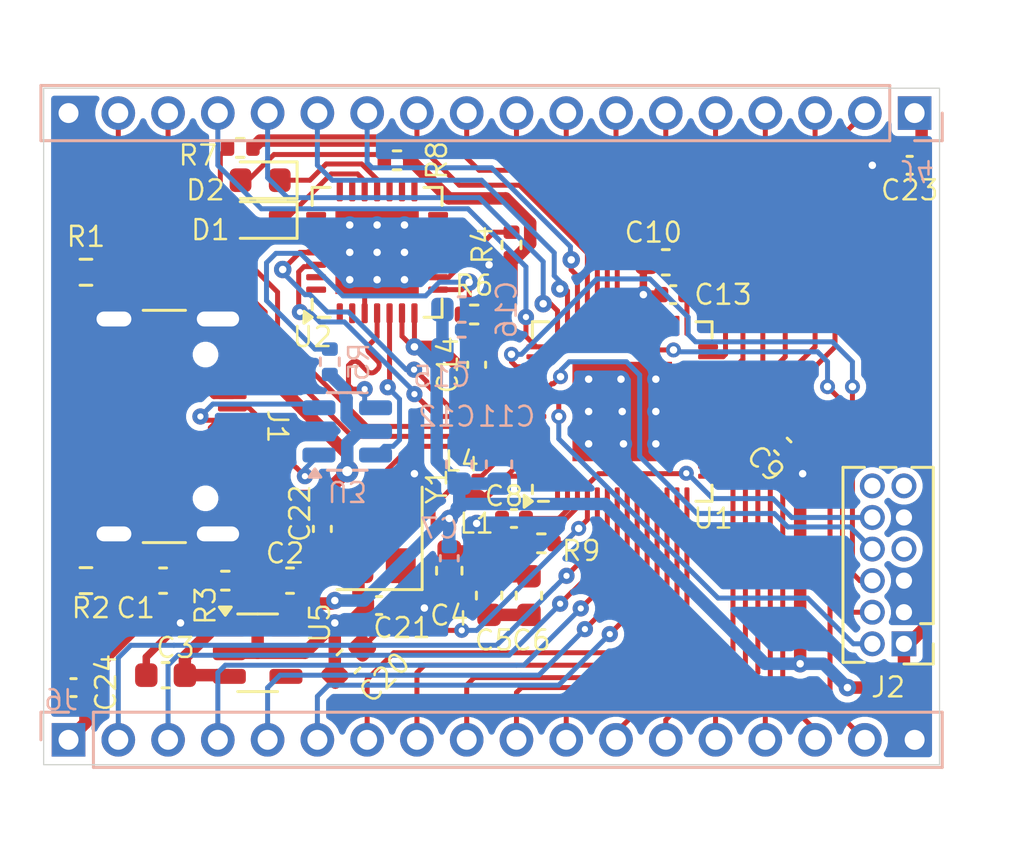
<source format=kicad_pcb>
(kicad_pcb (version 20241229) (generator "pcbnew") (generator_version "9.0")
  (layers (0 "F.Cu" signal) (2 "B.Cu" signal) (13 "F.Paste" user) (15 "B.Paste" user) (5 "F.SilkS" user "F.Silkscreen") (7 "B.SilkS" user "B.Silkscreen") (1 "F.Mask" user) (3 "B.Mask" user) (25 "Edge.Cuts" user))
  (net 0 "")
  (net 1 "GND")
  (net 2 "+VBUS")
  (net 3 "+VBUSF")
  (net 4 "+3V3")
  (net 5 "Net-(C8-Pad1)")
  (net 6 "+VDD_SPI")
  (net 7 "/CHIP_PU")
  (net 8 "Net-(C21-Pad1)")
  (net 9 "/XTAL_N")
  (net 10 "Net-(D1-K)")
  (net 11 "Net-(D1-A)")
  (net 12 "Net-(D2-K)")
  (net 13 "Net-(D2-A)")
  (net 15 "/USB_D-")
  (net 16 "/USB_D+")
  (net 17 "Net-(J1-CC2)")
  (net 19 "Net-(J1-CC1)")
  (net 20 "/TDI")
  (net 21 "/TCK")
  (net 23 "/TMS")
  (net 24 "/TDO")
  (net 25 "/GPIO4{slash}I2C_SCL0")
  (net 26 "/GPIO2{slash}ADC_CH2")
  (net 27 "/GPIO11")
  (net 28 "/GPIO1{slash}ADC_CH1")
  (net 29 "/GPIO7{slash}I2C_SDA1")
  (net 30 "/GPIO3{slash}ADC_CH3")
  (net 31 "/GPIO5{slash}I2C_SDA0")
  (net 32 "/GPIO9")
  (net 33 "/GPIO0{slash}ADC_CH0")
  (net 34 "/GPIO8")
  (net 35 "/GPIO13")
  (net 36 "/GPIO6{slash}I2C_SCL1")
  (net 37 "/GPIO12")
  (net 38 "/GPIO10")
  (net 39 "/GPIO14")
  (net 40 "/GPIO15")
  (net 41 "/GPIO33")
  (net 42 "/GPIO19")
  (net 43 "/GPIO36")
  (net 44 "/GPIO34")
  (net 45 "/GPIO16")
  (net 46 "/GPIO31")
  (net 47 "/GPIO18")
  (net 48 "/GPIO21")
  (net 49 "/GPIO37")
  (net 50 "/GPIO38")
  (net 51 "/GPIO20")
  (net 52 "/GPIO35")
  (net 53 "/GPIO17")
  (net 54 "/GPIO32")
  (net 55 "/XTAL_P")
  (net 56 "Net-(U2-~{RST})")
  (net 57 "Net-(U2-VBUS)")
  (net 58 "/USB_TX")
  (net 62 "/USB_RX")
  (net 72 "Net-(U2-D-)")
  (net 82 "Net-(U2-D+)")
  (net 88 "/GPIO46")
  (net 89 "/GPIO45")
  (footprint "Resistor_SMD:R_0402_1005Metric" (layer "F.Cu") (at 112.2 93)
    (property "Reference" "R6")
    (property "Value" "47.5k")
  )
  (footprint "Capacitor_SMD:C_0603_1608Metric" (layer "F.Cu") (at 99.7 103.7 180)
    (property "Reference" "C1")
    (property "Value" "470n")
  )
  (footprint "Capacitor_SMD:C_0603_1608Metric" (layer "F.Cu") (at 114.4 104.3 -90)
    (property "Reference" "C6")
    (property "Value" "1u")
  )
  (footprint "Resistor_SMD:R_0402_1005Metric" (layer "F.Cu") (at 113.7 90.2 90)
    (property "Reference" "R4")
    (property "Value" "1k")
  )
  (footprint "Connector_USB:USB_C_Receptacle_GCT_USB4105-xx-A_16P_TopMnt_Horizontal" (layer "F.Cu") (at 98.8 97.5 -90)
    (property "Reference" "J1")
    (property "Value" "USB-C Receptacle USB 2.0")
  )
  (footprint "Capacitor_SMD:C_0603_1608Metric" (layer "F.Cu") (at 99.8 107.5 180)
    (property "Reference" "C3")
    (property "Value" "1u")
  )
  (footprint "Package_TO_SOT_SMD:SOT-23-5" (layer "F.Cu") (at 103.5 106.6)
    (property "Reference" "U5")
    (property "Value" "TLV75533PDBV")
  )
  (footprint "Capacitor_SMD:C_0603_1608Metric" (layer "F.Cu") (at 111.2 103.3 -90)
    (property "Reference" "C4")
    (property "Value" "1u")
  )
  (footprint "LED_SMD:LED_0603_1608Metric" (layer "F.Cu") (at 103.6 89.2 180)
    (property "Reference" "D1")
    (property "Value" "GREEN")
  )
  (footprint "Connector_PinHeader_1.27mm:PinHeader_2x06_P1.27mm_Vertical" (layer "F.Cu") (at 129.47 106.24 180)
    (property "Reference" "J2")
    (property "Value" "JTAG/SWD Header")
  )
  (footprint "Capacitor_SMD:C_0603_1608Metric" (layer "F.Cu") (at 107.151992 106.948008 -135)
    (property "Reference" "C20")
    (property "Value" "1u")
  )
  (footprint "Crystal:Crystal_SMD_3225-4Pin_3.2x2.5mm" (layer "F.Cu") (at 108.4 102 90)
    (property "Reference" "Y1")
    (property "Value" "40 MHz (±10ppm)")
  )
  (footprint "Resistor_SMD:R_0402_1005Metric" (layer "F.Cu") (at 109.1 86.8)
    (property "Reference" "R8")
    (property "Value" "R")
  )
  (footprint "Resistor_SMD:R_0603_1608Metric" (layer "F.Cu") (at 96.6 103.7)
    (property "Reference" "R2")
    (property "Value" "5.7k")
  )
  (footprint "Package_DFN_QFN:QFN-28-1EP_5x5mm_P0.5mm_EP3.35x3.35mm" (layer "F.Cu") (at 108.3 90.5 90)
    (property "Reference" "U2")
    (property "Value" "CP2102N-Axx-xQFN28")
  )
  (footprint "Capacitor_SMD:C_0603_1608Metric" (layer "F.Cu") (at 104.8 103.7)
    (property "Reference" "C2")
    (property "Value" "470n")
  )
  (footprint "Capacitor_SMD:C_0603_1608Metric" (layer "F.Cu") (at 112.8 104.3 -90)
    (property "Reference" "C5")
    (property "Value" "10u")
  )
  (footprint "Capacitor_SMD:C_0402_1005Metric" (layer "F.Cu") (at 112.3 95.02 90)
    (property "Reference" "C14")
    (property "Value" "0.1u")
  )
  (footprint "LED_SMD:LED_0603_1608Metric" (layer "F.Cu") (at 103.6 87.6 180)
    (property "Reference" "D2")
    (property "Value" "YELLOW")
  )
  (footprint "Resistor_SMD:R_0402_1005Metric" (layer "F.Cu") (at 102.2 103.7 180)
    (property "Reference" "R3")
    (property "Value" "0")
  )
  (footprint "Inductor_SMD:L_0201_0603Metric" (layer "F.Cu") (at 113 102.1)
    (property "Reference" "L1")
    (property "Value" "2.0n")
  )
  (footprint "Capacitor_SMD:C_0402_1005Metric" (layer "F.Cu") (at 120.2 92.2 180)
    (property "Reference" "C13")
    (property "Value" "0.1u")
  )
  (footprint "Capacitor_SMD:C_0402_1005Metric" (layer "F.Cu") (at 124.6 98.3 -45)
    (property "Reference" "C9")
    (property "Value" "0.1u")
  )
  (footprint "Capacitor_SMD:C_0402_1005Metric" (layer "F.Cu") (at 129.7 87 180)
    (property "Reference" "C23")
    (property "Value" "0.1u")
  )
  (footprint "Capacitor_SMD:C_0402_1005Metric" (layer "F.Cu") (at 108.38 104.7 180)
    (property "Reference" "C21")
    (property "Value" "18p")
  )
  (footprint "Capacitor_SMD:C_0402_1005Metric" (layer "F.Cu") (at 106.1 101.62 -90)
    (property "Reference" "C22")
    (property "Value" "18p")
  )
  (footprint "Package_DFN_QFN:QFN-56-1EP_7x7mm_P0.4mm_EP4x4mm" (layer "F.Cu") (at 118.15 96.9 90)
    (property "Reference" "U1")
    (property "Value" "ESP32-S3")
  )
  (footprint "Inductor_SMD:L_0201_0603Metric" (layer "F.Cu") (at 112 99.6)
    (property "Reference" "L4")
    (property "Value" "24n")
  )
  (footprint "Capacitor_SMD:C_0402_1005Metric" (layer "F.Cu") (at 113.8 101.2 180)
    (property "Reference" "C8")
    (property "Value" "0.1u")
  )
  (footprint "Capacitor_SMD:C_0402_1005Metric" (layer "F.Cu") (at 96.1 108 180)
    (property "Reference" "C24")
    (property "Value" "1u")
  )
  (footprint "Resistor_SMD:R_0603_1608Metric" (layer "F.Cu") (at 96.6 91.3)
    (property "Reference" "R1")
    (property "Value" "5.7k")
  )
  (footprint "Resistor_SMD:R_0402_1005Metric" (layer "F.Cu") (at 102.8 86.3)
    (property "Reference" "R7")
    (property "Value" "R")
  )
  (footprint "Capacitor_SMD:C_0603_1608Metric" (layer "F.Cu") (at 119.9 90.9 180)
    (property "Reference" "C10")
    (property "Value" "1u")
  )
  (footprint "Resistor_SMD:R_0402_1005Metric" (layer "F.Cu") (at 114.9 102.2 180)
    (property "Reference" "R9")
    (property "Value" "10k")
  )
  (footprint "Capacitor_SMD:C_0603_1608Metric" (layer "B.Cu") (at 113.2 99.025 90)
    (property "Reference" "C11")
    (property "Value" "1u")
  )
  (footprint "Package_TO_SOT_SMD:SOT-23-6" (layer "B.Cu") (at 107.1 97.7)
    (property "Reference" "U3")
    (property "Value" "USBLC6-2SC6")
  )
  (footprint "Capacitor_SMD:C_0402_1005Metric" (layer "B.Cu") (at 111.2 102.8 -90)
    (property "Reference" "C7")
    (property "Value" "0.1u")
  )
  (footprint "Capacitor_SMD:C_0603_1608Metric" (layer "B.Cu") (at 111.7 94.42)
    (property "Reference" "C15")
    (property "Value" "1u")
  )
  (footprint "Connector_PinHeader_2.00mm:PinHeader_1x18_P2.00mm_Vertical" (layer "B.Cu") (at 129.9 84.9 90)
    (property "Reference" "J4")
    (property "Value" "GPIO Header 2")
  )
  (footprint "Capacitor_SMD:C_0603_1608Metric" (layer "B.Cu") (at 111.6 99.025 90)
    (property "Reference" "C12")
    (property "Value" "10u")
  )
  (footprint "Connector_PinHeader_2.00mm:PinHeader_1x18_P2.00mm_Vertical" (layer "B.Cu") (at 95.9 110.1 -90)
    (property "Reference" "J6")
    (property "Value" "GPIO Header 1")
  )
  (footprint "Resistor_SMD:R_0402_1005Metric" (layer "B.Cu") (at 106.4 94.9 90)
    (property "Reference" "R5")
    (property "Value" "22.1k")
  )
  (footprint "Capacitor_SMD:C_0603_1608Metric" (layer "B.Cu") (at 111.7 92.8)
    (property "Reference" "C16")
    (property "Value" "1u")
  )
  (gr_rect (start 94.9 83.9) (end 130.9 111.1) (stroke (width 0.05)) (fill no) (layer "Edge.Cuts"))
  (segment (start 107.55 102.670006) (end 109.25 100.970006) (width 0.5) (layer "F.Cu") (net 1))
  (segment (start 95.775 103.7) (end 97.655 101.82) (width 0.5) (layer "F.Cu") (net 1))
  (segment (start 106.6 105.4) (end 106.6 107.492032) (width 0.5) (layer "F.Cu") (net 1))
  (segment (start 102.48 100.7) (end 102.48 101.245) (width 0.5) (layer "F.Cu") (net 1))
  (segment (start 112.3 94.54) (end 112.3 93.41) (width 0.3) (layer "F.Cu") (net 1))
  (segment (start 101.905 101.82) (end 100.805 101.82) (width 0.5) (layer "F.Cu") (net 1))
  (segment (start 102.48 94.3) (end 102.48 93.755) (width 0.5) (layer "F.Cu") (net 1))
  (segment (start 119.02 92.18) (end 119.7 92.18) (width 0.3) (layer "F.Cu") (net 1))
  (segment (start 102.48 101.245) (end 101.905 101.82) (width 0.5) (layer "F.Cu") (net 1))
  (segment (start 106.6 105.4) (end 107.2 105.4) (width 0.5) (layer "F.Cu") (net 1))
  (segment (start 107.9 103.45) (end 107.55 103.1) (width 0.3) (layer "F.Cu") (net 1))
  (segment (start 102.3625 106.6) (end 103.5 106.6) (width 0.5) (layer "F.Cu") (net 1))
  (segment (start 97.655 93.18) (end 98.125 93.18) (width 0.5) (layer "F.Cu") (net 1))
  (segment (start 119 91.025) (end 119.125 90.9) (width 0.3) (layer "F.Cu") (net 1))
  (segment (start 112.3 93.41) (end 112.71 93) (width 0.3) (layer "F.Cu") (net 1))
  (segment (start 103.5 105.299186) (end 103.5 106.6) (width 0.5) (layer "F.Cu") (net 1))
  (segment (start 109.25 99.95) (end 109.8 99.4) (width 0.5) (layer "F.Cu") (net 1))
  (segment (start 107.55 103.1) (end 107.55 102.670006) (width 0.5) (layer "F.Cu") (net 1))
  (segment (start 119.7 92.18) (end 119.72 92.2) (width 0.3) (layer "F.Cu") (net 1))
  (segment (start 99.025 106.775) (end 100.4 105.4) (width 0.3) (layer "F.Cu") (net 1))
  (segment (start 107.8 92.1) (end 108.3 91.6) (width 0.2) (layer "F.Cu") (net 1))
  (segment (start 125.4 99.1) (end 124.939411 98.639411) (width 0.3) (layer "F.Cu") (net 1))
  (segment (start 119 92.2) (end 119.02 92.18) (width 0.3) (layer "F.Cu") (net 1))
  (segment (start 111.2 104.075) (end 111.8 104.075) (width 0.5) (layer "F.Cu") (net 1))
  (segment (start 109.25 100.9) (end 109.25 99.95) (width 0.5) (layer "F.Cu") (net 1))
  (segment (start 129.22 87) (end 128.2 87) (width 0.3) (layer "F.Cu") (net 1))
  (segment (start 125.4 99.4) (end 125.4 99.1) (width 0.3) (layer "F.Cu") (net 1))
  (segment (start 119 92.2) (end 119 91.025) (width 0.3) (layer "F.Cu") (net 1))
  (segment (start 112.8 105.075) (end 114.4 105.075) (width 0.5) (layer "F.Cu") (net 1))
  (segment (start 109.25 100.970006) (end 109.25 100.9) (width 0.5) (layer "F.Cu") (net 1))
  (segment (start 112.8 91) (end 112.8 92.91) (width 0.3) (layer "F.Cu") (net 1))
  (segment (start 112.8 92.91) (end 112.71 93) (width 0.3) (layer "F.Cu") (net 1))
  (segment (start 106.6 107.492032) (end 106.603984 107.496016) (width 0.5) (layer "F.Cu") (net 1))
  (segment (start 105.4 106.6) (end 106.6 105.4) (width 0.5) (layer "F.Cu") (net 1))
  (segment (start 112.3 101.4) (end 113.12 101.4) (width 0.5) (layer "F.Cu") (net 1))
  (segment (start 107.55 104.35) (end 107.9 104.7) (width 0.5) (layer "F.Cu") (net 1))
  (segment (start 107.8 92.95) (end 107.8 92.1) (width 0.2) (layer "F.Cu") (net 1))
  (segment (start 95.9 84.9) (end 95.9 91.175) (width 0.5) (layer "F.Cu") (net 1))
  (segment (start 95.62 108) (end 95.62 103.855) (width 0.5) (layer "F.Cu") (net 1))
  (segment (start 111.2 104.075) (end 110.925 104.075) (width 0.5) (layer "F.Cu") (net 1))
  (segment (start 102.48 93.755) (end 101.905 93.18) (width 0.5) (layer "F.Cu") (net 1))
  (segment (start 103.5 106.6) (end 105.4 106.6) (width 0.5) (layer "F.Cu") (net 1))
  (segment (start 107.2 105.4) (end 107.9 104.7) (width 0.5) (layer "F.Cu") (net 1))
  (segment (start 97.655 101.82) (end 98.125 101.82) (width 0.5) (layer "F.Cu") (net 1))
  (segment (start 113.12 101.4) (end 113.32 101.2) (width 0.5) (layer "F.Cu") (net 1))
  (segment (start 103.880186 104.919) (end 103.5 105.299186) (width 0.5) (layer "F.Cu") (net 1))
  (segment (start 95.9 91.175) (end 95.775 91.3) (width 0.5) (layer "F.Cu") (net 1))
  (segment (start 111.8 104.075) (end 112.8 105.075) (width 0.5) (layer "F.Cu") (net 1))
  (segment (start 95.62 103.855) (end 95.775 103.7) (width 0.5) (layer "F.Cu") (net 1))
  (segment (start 105.575 103.7) (end 104.356 104.919) (width 0.5) (layer "F.Cu") (net 1))
  (segment (start 110.925 104.075) (end 110.2 104.8) (width 0.5) (layer "F.Cu") (net 1))
  (segment (start 109.25 100.9) (end 109.25 101.4) (width 0.3) (layer "F.Cu") (net 1))
  (segment (start 99.025 107.5) (end 99.025 106.775) (width 0.3) (layer "F.Cu") (net 1))
  (segment (start 107.55 103.1) (end 107.1 103.1) (width 0.5) (layer "F.Cu") (net 1))
  (segment (start 107.55 103.1) (end 107.55 104.35) (width 0.5) (layer "F.Cu") (net 1))
  (segment (start 107.1 103.1) (end 106.1 102.1) (width 0.5) (layer "F.Cu") (net 1))
  (segment (start 100.805 101.82) (end 98.925 103.7) (width 0.5) (layer "F.Cu") (net 1))
  (segment (start 104.356 104.919) (end 103.880186 104.919) (width 0.5) (layer "F.Cu") (net 1))
  (segment (start 95.775 91.3) (end 97.655 93.18) (width 0.5) (layer "F.Cu") (net 1))
  (via (at 100.4 105.4) (size 0.7) (drill 0.3) (layers "F.Cu" "B.Cu") (net 1))
  (via (at 119.5 98.2) (size 0.7) (drill 0.3) (layers "F.Cu" "B.Cu") (net 1))
  (via (at 125.4 99.4) (size 0.6) (drill 0.3) (layers "F.Cu" "B.Cu") (net 1))
  (via (at 116.8 95.6) (size 0.7) (drill 0.3) (layers "F.Cu" "B.Cu") (net 1))
  (via (at 119.5 96.9) (size 0.7) (drill 0.3) (layers "F.Cu" "B.Cu") (net 1))
  (via (at 107.2 91.6) (size 0.7) (drill 0.3) (layers "F.Cu" "B.Cu") (net 1))
  (via (at 112.3 101.4) (size 0.7) (drill 0.3) (layers "F.Cu" "B.Cu") (net 1))
  (via (at 112.8 91) (size 0.7) (drill 0.3) (layers "F.Cu" "B.Cu") (net 1))
  (via (at 118.15 96.9) (size 0.7) (drill 0.3) (layers "F.Cu" "B.Cu") (net 1))
  (via (at 128.2 87) (size 0.7) (drill 0.3) (layers "F.Cu" "B.Cu") (net 1))
  (via (at 116.8 96.9) (size 0.7) (drill 0.3) (layers "F.Cu" "B.Cu") (net 1))
  (via (at 116.8 98.2) (size 0.7) (drill 0.3) (layers "F.Cu" "B.Cu") (net 1))
  (via (at 108.3 89.4) (size 0.7) (drill 0.3) (layers "F.Cu" "B.Cu") (net 1))
  (via (at 118.2 98.2) (size 0.7) (drill 0.3) (layers "F.Cu" "B.Cu") (net 1))
  (via (at 109.8 99.4) (size 0.7) (drill 0.3) (layers "F.Cu" "B.Cu") (net 1))
  (via (at 106.6 105.4) (size 0.7) (drill 0.3) (layers "F.Cu" "B.Cu") (net 1))
  (via (at 109.4 90.5) (size 0.7) (drill 0.3) (layers "F.Cu" "B.Cu") (net 1))
  (via (at 107.2 89.4) (size 0.7) (drill 0.3) (layers "F.Cu" "B.Cu") (net 1))
  (via (at 110.2 104.8) (size 0.7) (drill 0.3) (layers "F.Cu" "B.Cu") (net 1))
  (via (at 108.3 90.5) (size 0.7) (drill 0.3) (layers "F.Cu" "B.Cu") (net 1))
  (via (at 107.2 90.5) (size 0.7) (drill 0.3) (layers "F.Cu" "B.Cu") (net 1))
  (via (at 108.3 91.6) (size 0.7) (drill 0.3) (layers "F.Cu" "B.Cu") (net 1))
  (via (at 119 92.2) (size 0.7) (drill 0.3) (layers "F.Cu" "B.Cu") (net 1))
  (via (at 118.1 95.6) (size 0.7) (drill 0.3) (layers "F.Cu" "B.Cu") (net 1))
  (via (at 119.5 95.6) (size 0.7) (drill 0.3) (layers "F.Cu" "B.Cu") (net 1))
  (via (at 109.4 89.4) (size 0.7) (drill 0.3) (layers "F.Cu" "B.Cu") (net 1))
  (via (at 109.4 91.6) (size 0.7) (drill 0.3) (layers "F.Cu" "B.Cu") (net 1))
  (segment (start 113.2 98.25) (end 115.001 96.449) (width 0.3) (layer "B.Cu") (net 1))
  (segment (start 124.2 98.2) (end 125.4 99.4) (width 0.3) (layer "B.Cu") (net 1))
  (segment (start 119.5 98.2) (end 124.2 98.2) (width 0.3) (layer "B.Cu") (net 1))
  (segment (start 112.475 92.8) (end 112.475 94.42) (width 0.3) (layer "B.Cu") (net 1))
  (segment (start 112.8 91) (end 112.8 92.475) (width 0.3) (layer "B.Cu") (net 1))
  (segment (start 111.6 98.25) (end 113.2 98.25) (width 0.3) (layer "B.Cu") (net 1))
  (segment (start 116.75 98.25) (end 116.8 98.2) (width 0.2) (layer "B.Cu") (net 1))
  (segment (start 115.001 96.449) (end 116.349 96.449) (width 0.3) (layer "B.Cu") (net 1))
  (segment (start 116.349 96.449) (end 116.8 96.9) (width 0.3) (layer "B.Cu") (net 1))
  (segment (start 112.8 92.475) (end 112.475 92.8) (width 0.3) (layer "B.Cu") (net 1))
  (segment (start 111.155 103.325) (end 111.2 103.28) (width 0.5) (layer "B.Cu") (net 1))
  (segment (start 119.5 92.7) (end 119 92.2) (width 0.3) (layer "B.Cu") (net 1))
  (segment (start 119.5 95.6) (end 119.5 92.7) (width 0.3) (layer "B.Cu") (net 1))
  (segment (start 96.58 108) (end 96.58 109.42) (width 0.5) (layer "F.Cu") (net 2))
  (segment (start 107.1 99.3) (end 106.1031 100.2969) (width 0.5) (layer "F.Cu") (net 2))
  (segment (start 96.58 107.595) (end 96.58 108) (width 0.5) (layer "F.Cu") (net 2))
  (segment (start 103.906 102.113917) (end 103.248917 102.771) (width 0.5) (layer "F.Cu") (net 2))
  (segment (start 103.906 100.2969) (end 103.906 102.113917) (width 0.5) (layer "F.Cu") (net 2))
  (segment (start 100.475 103.7) (end 101.69 103.7) (width 0.5) (layer "F.Cu") (net 2))
  (segment (start 103.248917 102.771) (end 101.404 102.771) (width 0.5) (layer "F.Cu") (net 2))
  (segment (start 101.404 102.771) (end 100.475 103.7) (width 0.5) (layer "F.Cu") (net 2))
  (segment (start 96.58 109.42) (end 95.9 110.1) (width 0.5) (layer "F.Cu") (net 2))
  (segment (start 107.1 98.6) (end 107.1 99.3) (width 0.5) (layer "F.Cu") (net 2))
  (segment (start 106.1031 100.2969) (end 103.906 100.2969) (width 0.5) (layer "F.Cu") (net 2))
  (segment (start 102.88 95.1) (end 103.6 95.1) (width 0.5) (layer "F.Cu") (net 2))
  (segment (start 100.475 103.7) (end 96.58 107.595) (width 0.5) (layer "F.Cu") (net 2))
  (segment (start 103.5091 99.9) (end 103.906 100.2969) (width 0.5) (layer "F.Cu") (net 2))
  (segment (start 102.48 99.9) (end 103.5091 99.9) (width 0.5) (layer "F.Cu") (net 2))
  (segment (start 103.6 95.1) (end 107.1 98.6) (width 0.5) (layer "F.Cu") (net 2))
  (via (at 107.1 99.3) (size 0.9) (drill 0.4) (layers "F.Cu" "B.Cu") (net 2))
  (segment (start 107.076 97.1531) (end 107.076 96.37343) (width 0.5) (layer "B.Cu") (net 2))
  (segment (start 107.024 96.32143) (end 107.024 96.034) (width 0.5) (layer "B.Cu") (net 2))
  (segment (start 107.6229 97.7) (end 107.076 97.1531) (width 0.5) (layer "B.Cu") (net 2))
  (segment (start 108.2375 97.7) (end 107.6229 97.7) (width 0.5) (layer "B.Cu") (net 2))
  (segment (start 107.076 96.37343) (end 107.024 96.32143) (width 0.5) (layer "B.Cu") (net 2))
  (segment (start 107.1 99.3) (end 107.1 98.175001) (width 0.5) (layer "B.Cu") (net 2))
  (segment (start 107.1 98.175001) (end 107.575001 97.7) (width 0.5) (layer "B.Cu") (net 2))
  (segment (start 107.575001 97.7) (end 108.2375 97.7) (width 0.5) (layer "B.Cu") (net 2))
  (segment (start 107.024 96.034) (end 106.4 95.41) (width 0.5) (layer "B.Cu") (net 2))
  (segment (start 100.575 107.5) (end 100.575 106.775001) (width 0.5) (layer "F.Cu") (net 3))
  (segment (start 102.3625 105.65) (end 102.3625 105.3625) (width 0.5) (layer "F.Cu") (net 3))
  (segment (start 102.71 103.7) (end 104.025 103.7) (width 0.5) (layer "F.Cu") (net 3))
  (segment (start 102.3125 107.5) (end 102.3625 107.55) (width 0.5) (layer "F.Cu") (net 3))
  (segment (start 102.3625 105.3625) (end 104.025 103.7) (width 0.5) (layer "F.Cu") (net 3))
  (segment (start 101.700001 105.65) (end 102.3625 105.65) (width 0.5) (layer "F.Cu") (net 3))
  (segment (start 100.575 107.5) (end 102.3125 107.5) (width 0.5) (layer "F.Cu") (net 3))
  (segment (start 100.575 106.775001) (end 101.700001 105.65) (width 0.5) (layer "F.Cu") (net 3))
  (segment (start 100.575 107.5) (end 100.775 107.7) (width 0.5) (layer "F.Cu") (net 3))
  (segment (start 125.3 107.041) (end 125.3 100.7) (width 0.5) (layer "F.Cu") (net 4))
  (segment (start 105.6685 104.619) (end 106.481 104.619) (width 0.5) (layer "F.Cu") (net 4))
  (segment (start 113.89 90.71) (end 114.451 90.149) (width 0.5) (layer "F.Cu") (net 4))
  (segment (start 108.920186 86.006) (end 103.604 86.006) (width 0.5) (layer "F.Cu") (net 4))
  (segment (start 126.031 99.050763) (end 125.632808 98.652571) (width 0.3) (layer "F.Cu") (net 4))
  (segment (start 130.321 87.141) (end 130.18 87) (width 0.3) (layer "F.Cu") (net 4))
  (segment (start 125.121184 97.848694) (end 124.372484 97.848694) (width 0.2) (layer "F.Cu") (net 4))
  (segment (start 125.121184 97.855569) (end 125.121184 97.848694) (width 0.3) (layer "F.Cu") (net 4))
  (segment (start 113 95) (end 113 93.7) (width 0.3) (layer "F.Cu") (net 4))
  (segment (start 114.451 89.316814) (end 113.465186 88.331) (width 0.5) (layer "F.Cu") (net 4))
  (segment (start 125.632808 98.367193) (end 125.121184 97.855569) (width 0.3) (layer "F.Cu") (net 4))
  (segment (start 109.8 94.3) (end 109.8 92.95) (width 0.2) (layer "F.Cu") (net 4))
  (segment (start 123.8 97.5) (end 124.260589 97.960589) (width 0.2) (layer "F.Cu") (net 4))
  (segment (start 130.18 97.8) (end 130.18 98.18) (width 0.3) (layer "F.Cu") (net 4))
  (segment (start 130.18 85.18) (end 129.9 84.9) (width 0.5) (layer "F.Cu") (net 4))
  (segment (start 111.406 102.731) (end 113.859 102.731) (width 0.5) (layer "F.Cu") (net 4))
  (segment (start 111.2 102.525) (end 111.2 101.2) (width 0.5) (layer "F.Cu") (net 4))
  (segment (start 112.7 100.3) (end 113.5 99.5) (width 0.3) (layer "F.Cu") (net 4))
  (segment (start 129.47 107.24) (end 129.47 106.24) (width 0.5) (layer "F.Cu") (net 4))
  (segment (start 129.66 106.24) (end 130.3 105.6) (width 0.5) (layer "F.Cu") (net 4))
  (segment (start 106.481 104.619) (end 106.6 104.5) (width 0.5) (layer "F.Cu") (net 4))
  (segment (start 113.465186 88.331) (end 111.180648 88.331) (width 0.5) (layer "F.Cu") (net 4))
  (segment (start 111.2 102.525) (end 111.406 102.731) (width 0.5) (layer "F.Cu") (net 4))
  (segment (start 109.61 86.8) (end 109.61 86.695814) (width 0.5) (layer "F.Cu") (net 4))
  (segment (start 128.71 108) (end 129.47 107.24) (width 0.5) (layer "F.Cu") (net 4))
  (segment (start 113.9 99.1) (end 113.5 99.5) (width 0.2) (layer "F.Cu") (net 4))
  (segment (start 113.9 99.1) (end 114.700001 99.1) (width 0.2) (layer "F.Cu") (net 4))
  (segment (start 113 93.7) (end 113.311 93.389) (width 0.3) (layer "F.Cu") (net 4))
  (segment (start 112.3 95.5) (end 112.5 95.5) (width 0.5) (layer "F.Cu") (net 4))
  (segment (start 125.632808 98.652571) (end 125.632808 98.367193) (width 0.3) (layer "F.Cu") (net 4))
  (segment (start 103.604 86.006) (end 103.31 86.3) (width 0.5) (layer "F.Cu") (net 4))
  (segment (start 112.9 95.5) (end 113.6 95.5) (width 0.3) (layer "F.Cu") (net 4))
  (segment (start 127.2 108) (end 128.71 108) (width 0.5) (layer "F.Cu") (net 4))
  (segment (start 114.4 103.525) (end 112.8 103.525) (width 0.5) (layer "F.Cu") (net 4))
  (segment (start 125.3 100.392369) (end 126.031 99.661369) (width 0.3) (layer "F.Cu") (net 4))
  (segment (start 109.61 86.695814) (end 108.920186 86.006) (width 0.5) (layer "F.Cu") (net 4))
  (segment (start 130.449 105.451) (end 130.3 105.6) (width 0.3) (layer "F.Cu") (net 4))
  (segment (start 130.18 87) (end 130.18 85.18) (width 0.5) (layer "F.Cu") (net 4))
  (segment (start 113.7 90.71) (end 113.89 90.71) (width 0.5) (layer "F.Cu") (net 4))
  (segment (start 109.649648 86.8) (end 109.61 86.8) (width 0.5) (layer "F.Cu") (net 4))
  (segment (start 109.8 94.3) (end 109.73 94.3) (width 0.2) (layer "F.Cu") (net 4))
  (segment (start 125.3 100.7) (end 125.3 100.392369) (width 0.3) (layer "F.Cu") (net 4))
  (segment (start 104.6375 105.65) (end 105.6685 104.619) (width 0.5) (layer "F.Cu") (net 4))
  (segment (start 113.311 92.589) (end 113.7 92.2) (width 0.3) (layer "F.Cu") (net 4))
  (segment (start 124.372484 97.848694) (end 124.260589 97.960589) (width 0.2) (layer "F.Cu") (net 4))
  (segment (start 109.73 94.3) (end 109.3 93.87) (width 0.2) (layer "F.Cu") (net 4))
  (segment (start 130.18 98.18) (end 130.449 98.449) (width 0.3) (layer "F.Cu") (net 4))
  (segment (start 113.7 92.2) (end 113.7 90.71) (width 0.5) (layer "F.Cu") (net 4))
  (segment (start 113.6 90.81) (end 113.7 90.71) (width 0.3) (layer "F.Cu") (net 4))
  (segment (start 112.255 102.525) (end 112.659 102.121) (width 0.5) (layer "F.Cu") (net 4))
  (segment (start 114.7 99.5) (end 113.5 99.5) (width 0.2) (layer "F.Cu") (net 4))
  (segment (start 114.7 95.5) (end 113.6 95.5) (width 0.2) (layer "F.Cu") (net 4))
  (segment (start 104.770822 105.8) (end 104.575 105.8) (width 0.3) (layer "F.Cu") (net 4))
  (segment (start 112.1 100.3) (end 112.4 100.3) (width 0.5) (layer "F.Cu") (net 4))
  (segment (start 130.449 98.449) (end 130.449 105.451) (width 0.3) (layer "F.Cu") (net 4))
  (segment (start 111.2 102.525) (end 112.255 102.525) (width 0.5) (layer "F.Cu") (net 4))
  (segment (start 110.790001 94.3) (end 111.990001 95.5) (width 0.5) (layer "F.Cu") (net 4))
  (segment (start 129.47 106.24) (end 129.66 106.24) (width 0.5) (layer "F.Cu") (net 4))
  (segment (start 111.2 101.2) (end 112.1 100.3) (width 0.5) (layer "F.Cu") (net 4))
  (segment (start 114.451 90.149) (end 114.451 89.316814) (width 0.5) (layer "F.Cu") (net 4))
  (segment (start 109.8 94.3) (end 110.790001 94.3) (width 0.5) (layer "F.Cu") (net 4))
  (segment (start 113.859 102.731) (end 114.39 102.2) (width 0.5) (layer "F.Cu") (net 4))
  (segment (start 112.4 100.3) (end 112.7 100.3) (width 0.3) (layer "F.Cu") (net 4))
  (segment (start 112.3 95.5) (end 112.9 95.5) (width 0.5) (layer "F.Cu") (net 4))
  (segment (start 113.311 93.389) (end 113.311 92.589) (width 0.3) (layer "F.Cu") (net 4))
  (segment (start 109.3 93.87) (end 109.3 92.95) (width 0.2) (layer "F.Cu") (net 4))
  (segment (start 111.990001 95.5) (end 112.3 95.5) (width 0.5) (layer "F.Cu") (net 4))
  (segment (start 130.18 97.8) (end 130.18 87) (width 0.5) (layer "F.Cu") (net 4))
  (segment (start 112.2 103.525) (end 111.2 102.525) (width 0.5) (layer "F.Cu") (net 4))
  (segment (start 121.599999 97.5) (end 123.8 97.5) (width 0.2) (layer "F.Cu") (net 4))
  (segment (start 112.5 95.5) (end 113 95) (width 0.5) (layer "F.Cu") (net 4))
  (segment (start 126.031 99.661369) (end 126.031 99.050763) (width 0.3) (layer "F.Cu") (net 4))
  (segment (start 112.8 103.525) (end 112.2 103.525) (width 0.5) (layer "F.Cu") (net 4))
  (segment (start 111.180648 88.331) (end 109.649648 86.8) (width 0.5) (layer "F.Cu") (net 4))
  (segment (start 109.8 94.3) (end 109.819239 94.3) (width 0.3) (layer "F.Cu") (net 4))
  (via (at 106.6 104.5) (size 0.7) (drill 0.3) (layers "F.Cu" "B.Cu") (net 4))
  (via (at 109.8 94.3) (size 0.7) (drill 0.3) (layers "F.Cu" "B.Cu") (net 4))
  (via (at 111.2 101.2) (size 0.7) (drill 0.3) (layers "F.Cu" "B.Cu") (net 4))
  (via (at 125.3 107.041) (size 0.7) (drill 0.3) (layers "F.Cu" "B.Cu") (net 4))
  (via (at 127.2 108) (size 0.7) (drill 0.3) (layers "F.Cu" "B.Cu") (net 4))
  (segment (start 110.694 95.055672) (end 109.938328 94.3) (width 0.5) (layer "B.Cu") (net 4))
  (segment (start 111.2 101.2) (end 111.079 101.2) (width 0.5) (layer "B.Cu") (net 4))
  (segment (start 110.694 95.8) (end 110.694 94.651) (width 0.5) (layer "B.Cu") (net 4))
  (segment (start 109.938328 94.3) (end 109.8 94.3) (width 0.5) (layer "B.Cu") (net 4))
  (segment (start 110.925 94.42) (end 110.925 92.8) (width 0.5) (layer "B.Cu") (net 4))
  (segment (start 123.890052 107.041) (end 125.3 107.041) (width 0.5) (layer "B.Cu") (net 4))
  (segment (start 111.6 100.679) (end 111.6 99.8) (width 0.5) (layer "B.Cu") (net 4))
  (segment (start 111.6 99.8) (end 113.2 99.8) (width 0.5) (layer "B.Cu") (net 4))
  (segment (start 125.3 107.041) (end 126.241 107.041) (width 0.5) (layer "B.Cu") (net 4))
  (segment (start 111.079 101.2) (end 107.779 104.5) (width 0.5) (layer "B.Cu") (net 4))
  (segment (start 110.694 98.894) (end 110.694 95.8) (width 0.5) (layer "B.Cu") (net 4))
  (segment (start 111.5 100.779) (end 111.6 100.679) (width 0.5) (layer "B.Cu") (net 4))
  (segment (start 126.241 107.041) (end 127.2 108) (width 0.5) (layer "B.Cu") (net 4))
  (segment (start 110.694 95.8) (end 110.694 95.055672) (width 0.5) (layer "B.Cu") (net 4))
  (segment (start 107.779 104.5) (end 106.6 104.5) (width 0.5) (layer "B.Cu") (net 4))
  (segment (start 111.2 101.2) (end 111.781 100.619) (width 0.5) (layer "B.Cu") (net 4))
  (segment (start 111.2 101.2) (end 111.2 102.32) (width 0.5) (layer "B.Cu") (net 4))
  (segment (start 110.694 94.651) (end 110.925 94.42) (width 0.5) (layer "B.Cu") (net 4))
  (segment (start 111.5 100.9) (end 111.5 100.779) (width 0.5) (layer "B.Cu") (net 4))
  (segment (start 111.6 99.8) (end 110.694 98.894) (width 0.5) (layer "B.Cu") (net 4))
  (segment (start 111.781 100.619) (end 117.468052 100.619) (width 0.5) (layer "B.Cu") (net 4))
  (segment (start 111.2 101.2) (end 111.5 100.9) (width 0.5) (layer "B.Cu") (net 4))
  (segment (start 117.468052 100.619) (end 123.890052 107.041) (width 0.5) (layer "B.Cu") (net 4))
  (segment (start 114.28 101.36966) (end 114.28 101.2) (width 0.2) (layer "F.Cu") (net 5))
  (segment (start 113.32 102.1) (end 113.54966 102.1) (width 0.2) (layer "F.Cu") (net 5))
  (segment (start 113.54966 102.1) (end 114.28 101.36966) (width 0.2) (layer "F.Cu") (net 5))
  (segment (start 116.35 100.75) (end 116.35 100.35) (width 0.2) (layer "F.Cu") (net 5))
  (segment (start 115.6 101.2) (end 115.9 101.2) (width 0.2) (layer "F.Cu") (net 5))
  (segment (start 115.9 101.2) (end 116.35 100.75) (width 0.2) (layer "F.Cu") (net 5))
  (segment (start 115.95 100.349999) (end 115.95 100.85) (width 0.2) (layer "F.Cu") (net 5))
  (segment (start 115.6 101.2) (end 114.28 101.2) (width 0.2) (layer "F.Cu") (net 5))
  (segment (start 115.95 100.85) (end 115.6 101.2) (width 0.2) (layer "F.Cu") (net 5))
  (segment (start 120.68 92.2) (end 120.68 90.905) (width 0.2) (layer "F.Cu") (net 6))
  (segment (start 120.75 92.27) (end 120.68 92.2) (width 0.2) (layer "F.Cu") (net 6))
  (segment (start 120.75 92.9) (end 120.75 92.27) (width 0.2) (layer "F.Cu") (net 6))
  (segment (start 120.75 93.45) (end 120.75 92.9) (width 0.2) (layer "F.Cu") (net 6))
  (segment (start 120.68 90.905) (end 120.675 90.9) (width 0.2) (layer "F.Cu") (net 6))
  (segment (start 111.699 105.7) (end 111.7 105.699) (width 0.2) (layer "F.Cu") (net 7))
  (segment (start 116.75 99.85) (end 116.75 100.35) (width 0.2) (layer "F.Cu") (net 7))
  (segment (start 115.8 102.2) (end 115.41 102.2) (width 0.2) (layer "F.Cu") (net 7))
  (segment (start 120.670717 99.381051) (end 120.651768 99.4) (width 0.2) (layer "F.Cu") (net 7))
  (segment (start 117.2 99.4) (end 116.75 99.85) (width 0.2) (layer "F.Cu") (net 7))
  (segment (start 108.4 105.7) (end 111.699 105.7) (width 0.2) (layer "F.Cu") (net 7))
  (segment (start 120.651768 99.4) (end 117.2 99.4) (width 0.2) (layer "F.Cu") (net 7))
  (segment (start 116.75 100.35) (end 116.75 101.25) (width 0.2) (layer "F.Cu") (net 7))
  (segment (start 120.724288 99.381051) (end 120.670717 99.381051) (width 0.2) (layer "F.Cu") (net 7))
  (segment (start 116.75 101.25) (end 116.4 101.6) (width 0.2) (layer "F.Cu") (net 7))
  (segment (start 116.4 101.6) (end 115.8 102.2) (width 0.2) (layer "F.Cu") (net 7))
  (segment (start 107.7 106.4) (end 108.4 105.7) (width 0.2) (layer "F.Cu") (net 7))
  (via (at 120.724288 99.381051) (size 0.6) (drill 0.25) (layers "F.Cu" "B.Cu") (net 7))
  (via (at 116.4 101.6) (size 0.6) (drill 0.3) (layers "F.Cu" "B.Cu") (net 7))
  (via (at 111.7 105.699) (size 0.6) (drill 0.25) (layers "F.Cu" "B.Cu") (net 7))
  (segment (start 111.7 105.699) (end 111.701 105.7) (width 0.2) (layer "B.Cu") (net 7))
  (segment (start 121.788232 100.4) (end 124.2 100.4) (width 0.2) (layer "B.Cu") (net 7))
  (segment (start 120.724288 99.381051) (end 120.769283 99.381051) (width 0.2) (layer "B.Cu") (net 7))
  (segment (start 111.701 105.7) (end 112.3 105.7) (width 0.2) (layer "B.Cu") (net 7))
  (segment (start 124.96 101.16) (end 128.2 101.16) (width 0.2) (layer "B.Cu") (net 7))
  (segment (start 112.3 105.7) (end 116.4 101.6) (width 0.2) (layer "B.Cu") (net 7))
  (segment (start 120.769283 99.381051) (end 121.788232 100.4) (width 0.2) (layer "B.Cu") (net 7))
  (segment (start 124.2 100.4) (end 124.96 101.16) (width 0.2) (layer "B.Cu") (net 7))
  (segment (start 109.25 103.1) (end 109.25 104.31) (width 0.2) (layer "F.Cu") (net 8))
  (segment (start 110.549 101.801) (end 109.25 103.1) (width 0.2) (layer "F.Cu") (net 8))
  (segment (start 110.549 100.731) (end 110.549 101.801) (width 0.2) (layer "F.Cu") (net 8))
  (segment (start 109.25 104.31) (end 108.86 104.7) (width 0.2) (layer "F.Cu") (net 8))
  (segment (start 111.68 99.6) (end 110.549 100.731) (width 0.2) (layer "F.Cu") (net 8))
  (segment (start 107.55 100.4) (end 109.65 98.3) (width 0.2) (layer "F.Cu") (net 9))
  (segment (start 106.34 100.9) (end 106.1 101.14) (width 0.2) (layer "F.Cu") (net 9))
  (segment (start 107.55 100.9) (end 107.55 100.4) (width 0.2) (layer "F.Cu") (net 9))
  (segment (start 107.55 100.9) (end 106.34 100.9) (width 0.2) (layer "F.Cu") (net 9))
  (segment (start 109.65 98.3) (end 114.7 98.3) (width 0.2) (layer "F.Cu") (net 9))
  (segment (start 107.514798 87.349) (end 106.451 87.349) (width 0.2) (layer "F.Cu") (net 10))
  (segment (start 107.8 88.05) (end 107.8 87.634202) (width 0.2) (layer "F.Cu") (net 10))
  (segment (start 107.8 87.634202) (end 107.514798 87.349) (width 0.2) (layer "F.Cu") (net 10))
  (segment (start 104.6 89.2) (end 104.3875 89.2) (width 0.2) (layer "F.Cu") (net 10))
  (segment (start 106.451 87.349) (end 104.6 89.2) (width 0.2) (layer "F.Cu") (net 10))
  (segment (start 102 88.3875) (end 102.8125 89.2) (width 0.2) (layer "F.Cu") (net 11))
  (segment (start 102.29 86.3) (end 102 86.59) (width 0.2) (layer "F.Cu") (net 11))
  (segment (start 102 86.59) (end 102 88.3875) (width 0.2) (layer "F.Cu") (net 11))
  (segment (start 105.6 87.6) (end 104.3875 87.6) (width 0.2) (layer "F.Cu") (net 12))
  (segment (start 108.3 87.567102) (end 107.680898 86.948) (width 0.2) (layer "F.Cu") (net 12))
  (segment (start 106.252 86.948) (end 105.6 87.6) (width 0.2) (layer "F.Cu") (net 12))
  (segment (start 107.680898 86.948) (end 106.252 86.948) (width 0.2) (layer "F.Cu") (net 12))
  (segment (start 108.3 88.05) (end 108.3 87.567102) (width 0.2) (layer "F.Cu") (net 12))
  (segment (start 104.155054 86.567) (end 103.122054 87.6) (width 0.2) (layer "F.Cu") (net 13))
  (segment (start 103.122054 87.6) (end 102.8125 87.6) (width 0.2) (layer "F.Cu") (net 13))
  (segment (start 108.59 86.8) (end 108.357 86.567) (width 0.2) (layer "F.Cu") (net 13))
  (segment (start 108.357 86.567) (end 104.155054 86.567) (width 0.2) (layer "F.Cu") (net 13))
  (segment (start 103.15 97.75) (end 102.48 97.75) (width 0.2) (layer "F.Cu") (net 15))
  (segment (start 103.9 98.52043) (end 103.713323 98.707106) (width 0.2) (layer "F.Cu") (net 15))
  (segment (start 103.15 96.75) (end 103.4 97) (width 0.2) (layer "F.Cu") (net 15))
  (segment (start 104.363861 99.357643) (end 104.550537 99.170966) (width 0.2) (layer "F.Cu") (net 15))
  (segment (start 102.48 96.75) (end 103.15 96.75) (width 0.2) (layer "F.Cu") (net 15))
  (segment (start 103.713323 99.227536) (end 103.84343 99.357643) (width 0.2) (layer "F.Cu") (net 15))
  (segment (start 103.4 97) (end 103.4 97.5) (width 0.2) (layer "F.Cu") (net 15))
  (segment (start 105.247189 99.347189) (end 105.4 99.5) (width 0.2) (layer "F.Cu") (net 15))
  (segment (start 102.48 97.75) (end 103.65 97.75) (width 0.2) (layer "F.Cu") (net 15))
  (segment (start 103.65 97.75) (end 103.9 98) (width 0.2) (layer "F.Cu") (net 15))
  (segment (start 105.201076 99.301076) (end 105.247189 99.347189) (width 0.2) (layer "F.Cu") (net 15))
  (segment (start 103.4 97.5) (end 103.15 97.75) (width 0.2) (layer "F.Cu") (net 15))
  (segment (start 105.070967 99.170966) (end 105.201076 99.301076) (width 0.2) (layer "F.Cu") (net 15))
  (via (at 105.4 99.5) (size 0.65) (drill 0.25) (layers "F.Cu" "B.Cu") (net 15))
  (arc (start 103.84343 99.357643) (mid 104.103646 99.465427) (end 104.363861 99.357643) (width 0.2) (layer "F.Cu") (net 15))
  (arc (start 103.9 98) (mid 104.007785 98.260215) (end 103.9 98.52043) (width 0.2) (layer "F.Cu") (net 15))
  (arc (start 104.550537 99.170966) (mid 104.810752 99.063181) (end 105.070967 99.170966) (width 0.2) (layer "F.Cu") (net 15))
  (arc (start 103.713323 98.707106) (mid 103.605538 98.967321) (end 103.713323 99.227536) (width 0.2) (layer "F.Cu") (net 15))
  (segment (start 105.4 99.5) (end 105.4 99.2125) (width 0.2) (layer "B.Cu") (net 15))
  (segment (start 105.4 99.2125) (end 105.9625 98.65) (width 0.2) (layer "B.Cu") (net 15))
  (segment (start 105.9125 98.6) (end 105.9625 98.65) (width 0.2) (layer "B.Cu") (net 15))
  (segment (start 101.899462 97.25) (end 101.6 97.549462) (width 0.2) (layer "F.Cu") (net 16))
  (segment (start 101.899462 98.25) (end 102.48 98.25) (width 0.2) (layer "F.Cu") (net 16))
  (segment (start 101.6 97.950538) (end 101.899462 98.25) (width 0.2) (layer "F.Cu") (net 16))
  (segment (start 102.48 97.25) (end 101.899462 97.25) (width 0.2) (layer "F.Cu") (net 16))
  (segment (start 101.6 97.549462) (end 101.6 97.950538) (width 0.2) (layer "F.Cu") (net 16))
  (segment (start 102.48 97.25) (end 101.35 97.25) (width 0.2) (layer "F.Cu") (net 16))
  (segment (start 101.35 97.25) (end 101.2 97.1) (width 0.2) (layer "F.Cu") (net 16))
  (via (at 101.2 97.1) (size 0.65) (drill 0.25) (layers "F.Cu" "B.Cu") (net 16))
  (segment (start 101.2 97.1) (end 101.7 96.6) (width 0.2) (layer "B.Cu") (net 16))
  (segment (start 105.8125 96.6) (end 105.9125 96.7) (width 0.2) (layer "B.Cu") (net 16))
  (segment (start 101.7 96.6) (end 105.8125 96.6) (width 0.2) (layer "B.Cu") (net 16))
  (segment (start 99.376 101.824) (end 97.5 103.7) (width 0.3) (layer "F.Cu") (net 17))
  (segment (start 101.851608 99.269) (end 101.574 99.546608) (width 0.3) (layer "F.Cu") (net 17))
  (segment (start 99.376 101.378139) (end 99.376 101.824) (width 0.3) (layer "F.Cu") (net 17))
  (segment (start 97.5 103.7) (end 97.425 103.7) (width 0.3) (layer "F.Cu") (net 17))
  (segment (start 101.885139 99.269) (end 101.851608 99.269) (width 0.3) (layer "F.Cu") (net 17))
  (segment (start 101.904139 99.25) (end 101.885139 99.269) (width 0.3) (layer "F.Cu") (net 17))
  (segment (start 101.574 99.546608) (end 101.574 99.580139) (width 0.3) (layer "F.Cu") (net 17))
  (segment (start 102.88 99.25) (end 101.904139 99.25) (width 0.3) (layer "F.Cu") (net 17))
  (segment (start 101.574 99.580139) (end 101.500139 99.654) (width 0.3) (layer "F.Cu") (net 17))
  (segment (start 101.500139 99.654) (end 101.100139 99.654) (width 0.3) (layer "F.Cu") (net 17))
  (segment (start 101.100139 99.654) (end 99.376 101.378139) (width 0.3) (layer "F.Cu") (net 17))
  (segment (start 102.48 96.25) (end 101.75 96.25) (width 0.3) (layer "F.Cu") (net 19))
  (segment (start 98.877496 92.329) (end 98.454 92.329) (width 0.3) (layer "F.Cu") (net 19))
  (segment (start 99.4 92.851504) (end 98.877496 92.329) (width 0.3) (layer "F.Cu") (net 19))
  (segment (start 99.4 93.9) (end 99.4 92.851504) (width 0.3) (layer "F.Cu") (net 19))
  (segment (start 98.454 92.329) (end 97.425 91.3) (width 0.3) (layer "F.Cu") (net 19))
  (segment (start 101.75 96.25) (end 99.4 93.9) (width 0.3) (layer "F.Cu") (net 19))
  (segment (start 115.2 95.9) (end 114.7 95.9) (width 0.2) (layer "F.Cu") (net 20))
  (segment (start 115.319038 95.780962) (end 115.2 95.9) (width 0.2) (layer "F.Cu") (net 20))
  (segment (start 115.389036 95.780962) (end 115.319038 95.780962) (width 0.2) (layer "F.Cu") (net 20))
  (segment (start 115.669998 95.5) (end 115.389036 95.780962) (width 0.2) (layer "F.Cu") (net 20))
  (via (at 115.669998 95.5) (size 0.6) (drill 0.3) (layers "F.Cu" "B.Cu") (net 20))
  (segment (start 115.7 95.469998) (end 115.7 95.221659) (width 0.2) (layer "B.Cu") (net 20))
  (segment (start 124.261184 101) (end 124.802185 101.541) (width 0.2) (layer "B.Cu") (net 20))
  (segment (start 121.150057 101) (end 124.261184 101) (width 0.2) (layer "B.Cu") (net 20))
  (segment (start 118.320654 94.9) (end 118.85 95.429346) (width 0.2) (layer "B.Cu") (net 20))
  (segment (start 115.7 95.221659) (end 116.021659 94.9) (width 0.2) (layer "B.Cu") (net 20))
  (segment (start 127.311 101.541) (end 128.2 102.43) (width 0.2) (layer "B.Cu") (net 20))
  (segment (start 118.85 98.699943) (end 121.150057 101) (width 0.2) (layer "B.Cu") (net 20))
  (segment (start 116.021659 94.9) (end 118.320654 94.9) (width 0.2) (layer "B.Cu") (net 20))
  (segment (start 124.802185 101.541) (end 127.311 101.541) (width 0.2) (layer "B.Cu") (net 20))
  (segment (start 115.669998 95.5) (end 115.7 95.469998) (width 0.2) (layer "B.Cu") (net 20))
  (segment (start 118.85 95.429346) (end 118.85 98.699943) (width 0.2) (layer "B.Cu") (net 20))
  (segment (start 126.4 95.9) (end 127 96.5) (width 0.2) (layer "F.Cu") (net 21))
  (segment (start 127 96.5) (end 127 104.94) (width 0.2) (layer "F.Cu") (net 21))
  (segment (start 126.97 104.97) (end 128.2 104.97) (width 0.2) (layer "F.Cu") (net 21))
  (segment (start 115.676295 94.423705) (end 115.4 94.7) (width 0.2) (layer "F.Cu") (net 21))
  (segment (start 127 104.94) (end 126.97 104.97) (width 0.2) (layer "F.Cu") (net 21))
  (segment (start 115.4 94.7) (end 114.700001 94.7) (width 0.2) (layer "F.Cu") (net 21))
  (segment (start 120.209537 94.423705) (end 115.676295 94.423705) (width 0.2) (layer "F.Cu") (net 21))
  (via (at 126.4 95.9) (size 0.6) (drill 0.3) (layers "F.Cu" "B.Cu") (net 21))
  (via (at 120.209537 94.423705) (size 0.6) (drill 0.3) (layers "F.Cu" "B.Cu") (net 21))
  (segment (start 126.4 95.9) (end 126.4 94.9) (width 0.2) (layer "B.Cu") (net 21))
  (segment (start 126 94.5) (end 120.285832 94.5) (width 0.2) (layer "B.Cu") (net 21))
  (segment (start 120.285832 94.5) (end 120.209537 94.423705) (width 0.2) (layer "B.Cu") (net 21))
  (segment (start 126.4 94.9) (end 126 94.5) (width 0.2) (layer "B.Cu") (net 21))
  (segment (start 115.6 96.551) (end 115.6 97.1) (width 0.2) (layer "F.Cu") (net 23))
  (segment (start 114.700001 96.3) (end 115.349 96.3) (width 0.2) (layer "F.Cu") (net 23))
  (segment (start 115.349 96.3) (end 115.6 96.551) (width 0.2) (layer "F.Cu") (net 23))
  (via (at 115.6 97.1) (size 0.6) (drill 0.3) (layers "F.Cu" "B.Cu") (net 23))
  (segment (start 127.44 106.24) (end 128.2 106.24) (width 0.2) (layer "B.Cu") (net 23))
  (segment (start 115.6 98) (end 122 104.4) (width 0.2) (layer "B.Cu") (net 23))
  (segment (start 125.6 104.4) (end 127.44 106.24) (width 0.2) (layer "B.Cu") (net 23))
  (segment (start 115.6 97.1) (end 115.6 98) (width 0.2) (layer "B.Cu") (net 23))
  (segment (start 122 104.4) (end 125.6 104.4) (width 0.2) (layer "B.Cu") (net 23))
  (segment (start 127.4 95.9) (end 127.4 103.4) (width 0.2) (layer "F.Cu") (net 24))
  (segment (start 113.9 95.1) (end 114.7 95.1) (width 0.2) (layer "F.Cu") (net 24))
  (segment (start 127.4 103.4) (end 127.7 103.7) (width 0.2) (layer "F.Cu") (net 24))
  (segment (start 113.7 94.9) (end 113.9 95.1) (width 0.2) (layer "F.Cu") (net 24))
  (segment (start 127.7 103.7) (end 128.2 103.7) (width 0.2) (layer "F.Cu") (net 24))
  (segment (start 113.7 94.6) (end 113.7 94.9) (width 0.2) (layer "F.Cu") (net 24))
  (via (at 127.4 95.9) (size 0.6) (drill 0.3) (layers "F.Cu" "B.Cu") (net 24))
  (via (at 113.7 94.6) (size 0.6) (drill 0.3) (layers "F.Cu" "B.Cu") (net 24))
  (segment (start 120.8 93.107631) (end 119.261369 91.569) (width 0.2) (layer "B.Cu") (net 24))
  (segment (start 127.4 95.9) (end 127.4 94.9) (width 0.2) (layer "B.Cu") (net 24))
  (segment (start 120.8 93.799) (end 120.8 93.107631) (width 0.2) (layer "B.Cu") (net 24))
  (segment (start 126.599 94.099) (end 121.1 94.099) (width 0.2) (layer "B.Cu") (net 24))
  (segment (start 121.1 94.099) (end 120.8 93.799) (width 0.2) (layer "B.Cu") (net 24))
  (segment (start 114.1 94.6) (end 113.7 94.6) (width 0.2) (layer "B.Cu") (net 24))
  (segment (start 117.131 91.569) (end 114.1 94.6) (width 0.2) (layer "B.Cu") (net 24))
  (segment (start 119.261369 91.569) (end 117.131 91.569) (width 0.2) (layer "B.Cu") (net 24))
  (segment (start 127.4 94.9) (end 126.599 94.099) (width 0.2) (layer "B.Cu") (net 24))
  (segment (start 118.75 104.75) (end 118.75 100.349999) (width 0.2) (layer "F.Cu") (net 25))
  (segment (start 117.65 105.85) (end 118.75 104.75) (width 0.2) (layer "F.Cu") (net 25))
  (via (at 117.65 105.85) (size 0.65) (drill 0.25) (layers "F.Cu" "B.Cu") (net 25))
  (segment (start 117.65 105.85) (end 115.597 107.903) (width 0.2) (layer "B.Cu") (net 25))
  (segment (start 106.347 107.903) (end 105.9 108.35) (width 0.2) (layer "B.Cu") (net 25))
  (segment (start 105.9 108.35) (end 105.9 110.1) (width 0.2) (layer "B.Cu") (net 25))
  (segment (start 115.597 107.903) (end 106.347 107.903) (width 0.2) (layer "B.Cu") (net 25))
  (segment (start 117.95 103.35) (end 117.95 100.35) (width 0.2) (layer "F.Cu") (net 26))
  (segment (start 116.699805 104.6) (end 116.7 104.6) (width 0.2) (layer "F.Cu") (net 26))
  (segment (start 116.7 104.6) (end 117.95 103.35) (width 0.2) (layer "F.Cu") (net 26))
  (segment (start 116.483301 104.816504) (end 116.699805 104.6) (width 0.2) (layer "F.Cu") (net 26))
  (via (at 116.483301 104.816504) (size 0.65) (drill 0.25) (layers "F.Cu" "B.Cu") (net 26))
  (segment (start 102.199 107.101) (end 101.9 107.4) (width 0.2) (layer "B.Cu") (net 26))
  (segment (start 116.483301 104.816699) (end 114.201 107.099) (width 0.2) (layer "B.Cu") (net 26))
  (segment (start 116.483301 104.816504) (end 116.483301 104.816699) (width 0.2) (layer "B.Cu") (net 26))
  (segment (start 114.201 107.099) (end 113.901 107.099) (width 0.2) (layer "B.Cu") (net 26))
  (segment (start 113.899 107.101) (end 102.199 107.101) (width 0.2) (layer "B.Cu") (net 26))
  (segment (start 113.901 107.099) (end 113.899 107.101) (width 0.2) (layer "B.Cu") (net 26))
  (segment (start 101.9 107.4) (end 101.9 110.1) (width 0.2) (layer "B.Cu") (net 26))
  (segment (start 122.4 99.1) (end 123.1 99.8) (width 0.2) (layer "F.Cu") (net 27))
  (segment (start 121.599999 99.1) (end 122.4 99.1) (width 0.2) (layer "F.Cu") (net 27))
  (segment (start 123.1 107.2) (end 121.3 109) (width 0.2) (layer "F.Cu") (net 27))
  (segment (start 123.1 99.8) (end 123.1 107.2) (width 0.2) (layer "F.Cu") (net 27))
  (segment (start 120.2 109) (end 119.9 109.3) (width 0.2) (layer "F.Cu") (net 27))
  (segment (start 121.3 109) (end 120.2 109) (width 0.2) (layer "F.Cu") (net 27))
  (segment (start 119.9 109.3) (end 119.9 110.1) (width 0.2) (layer "F.Cu") (net 27))
  (segment (start 116.15 104.15) (end 117.55 102.75) (width 0.2) (layer "F.Cu") (net 28))
  (segment (start 115.654315 104.628656) (end 116.132971 104.15) (width 0.2) (layer "F.Cu") (net 28))
  (segment (start 117.55 102.75) (end 117.55 100.349999) (width 0.2) (layer "F.Cu") (net 28))
  (segment (start 116.132971 104.15) (end 116.15 104.15) (width 0.2) (layer "F.Cu") (net 28))
  (via (at 115.654315 104.628656) (size 0.65) (drill 0.25) (layers "F.Cu" "B.Cu") (net 28))
  (segment (start 100.3 106.7) (end 99.9 107.1) (width 0.2) (layer "B.Cu") (net 28))
  (segment (start 99.9 107.1) (end 99.9 110.1) (width 0.2) (layer "B.Cu") (net 28))
  (segment (start 113.6 106.7) (end 100.3 106.7) (width 0.2) (layer "B.Cu") (net 28))
  (segment (start 115.654315 104.628656) (end 115.654315 104.645685) (width 0.2) (layer "B.Cu") (net 28))
  (segment (start 115.654315 104.645685) (end 113.6 106.7) (width 0.2) (layer "B.Cu") (net 28))
  (segment (start 119.95 100.35) (end 119.95 105.95) (width 0.2) (layer "F.Cu") (net 29))
  (segment (start 112.2 107.6) (end 111.9 107.9) (width 0.2) (layer "F.Cu") (net 29))
  (segment (start 111.9 107.9) (end 111.9 110.1) (width 0.2) (layer "F.Cu") (net 29))
  (segment (start 118.3 107.6) (end 112.2 107.6) (width 0.2) (layer "F.Cu") (net 29))
  (segment (start 119.95 105.95) (end 118.3 107.6) (width 0.2) (layer "F.Cu") (net 29))
  (segment (start 118.35 103.95) (end 118.35 100.35) (width 0.2) (layer "F.Cu") (net 30))
  (segment (start 116.65 105.65) (end 118.35 103.95) (width 0.2) (layer "F.Cu") (net 30))
  (via (at 116.65 105.65) (size 0.65) (drill 0.25) (layers "F.Cu" "B.Cu") (net 30))
  (segment (start 114.0671 107.5) (end 114.0651 107.502) (width 0.2) (layer "B.Cu") (net 30))
  (segment (start 104.398 107.502) (end 103.9 108) (width 0.2) (layer "B.Cu") (net 30))
  (segment (start 103.9 108) (end 103.9 110.1) (width 0.2) (layer "B.Cu") (net 30))
  (segment (start 116.65 105.65) (end 114.8 107.5) (width 0.2) (layer "B.Cu") (net 30))
  (segment (start 114.8 107.5) (end 114.0671 107.5) (width 0.2) (layer "B.Cu") (net 30))
  (segment (start 114.0651 107.502) (end 104.398 107.502) (width 0.2) (layer "B.Cu") (net 30))
  (segment (start 108.97011 106.6) (end 107.9 107.67011) (width 0.2) (layer "F.Cu") (net 31))
  (segment (start 119.15 100.35) (end 119.15 105.55) (width 0.2) (layer "F.Cu") (net 31))
  (segment (start 119.15 105.55) (end 118.1 106.6) (width 0.2) (layer "F.Cu") (net 31))
  (segment (start 118.1 106.6) (end 108.97011 106.6) (width 0.2) (layer "F.Cu") (net 31))
  (segment (start 107.9 107.67011) (end 107.9 110.1) (width 0.2) (layer "F.Cu") (net 31))
  (segment (start 120.75 106.35) (end 118.6 108.5) (width 0.2) (layer "F.Cu") (net 32))
  (segment (start 118.6 108.5) (end 116.2 108.5) (width 0.2) (layer "F.Cu") (net 32))
  (segment (start 120.75 100.35) (end 120.75 106.35) (width 0.2) (layer "F.Cu") (net 32))
  (segment (start 116.2 108.5) (end 115.9 108.8) (width 0.2) (layer "F.Cu") (net 32))
  (segment (start 115.9 108.8) (end 115.9 110.1) (width 0.2) (layer "F.Cu") (net 32))
  (segment (start 115.910678 103.505438) (end 117.15 102.266116) (width 0.2) (layer "F.Cu") (net 33))
  (segment (start 117.15 102.266116) (end 117.15 100.35) (width 0.2) (layer "F.Cu") (net 33))
  (via (at 115.910678 103.505438) (size 0.65) (drill 0.25) (layers "F.Cu" "B.Cu") (net 33))
  (segment (start 100.1339 106.299) (end 100.1329 106.3) (width 0.2) (layer "B.Cu") (net 33))
  (segment (start 100.1329 106.3) (end 98.4 106.3) (width 0.2) (layer "B.Cu") (net 33))
  (segment (start 115.910678 103.505438) (end 115.894562 103.505438) (width 0.2) (layer "B.Cu") (net 33))
  (segment (start 113.101 106.299) (end 100.1339 106.299) (width 0.2) (layer "B.Cu") (net 33))
  (segment (start 98.4 106.3) (end 97.9 106.8) (width 0.2) (layer "B.Cu") (net 33))
  (segment (start 115.028315 104.369358) (end 115.028315 104.371685) (width 0.2) (layer "B.Cu") (net 33))
  (segment (start 115.894562 103.505438) (end 115.397344 104.002656) (width 0.2) (layer "B.Cu") (net 33))
  (segment (start 97.9 106.8) (end 97.9 110.1) (width 0.2) (layer "B.Cu") (net 33))
  (segment (start 115.028315 104.371685) (end 113.101 106.299) (width 0.2) (layer "B.Cu") (net 33))
  (segment (start 115.395017 104.002656) (end 115.028315 104.369358) (width 0.2) (layer "B.Cu") (net 33))
  (segment (start 115.397344 104.002656) (end 115.395017 104.002656) (width 0.2) (layer "B.Cu") (net 33))
  (segment (start 118.5 108) (end 114.1 108) (width 0.2) (layer "F.Cu") (net 34))
  (segment (start 113.9 108.2) (end 113.9 110.1) (width 0.2) (layer "F.Cu") (net 34))
  (segment (start 120.35 106.15) (end 118.5 108) (width 0.2) (layer "F.Cu") (net 34))
  (segment (start 114.1 108) (end 113.9 108.2) (width 0.2) (layer "F.Cu") (net 34))
  (segment (start 120.35 100.349999) (end 120.35 106.15) (width 0.2) (layer "F.Cu") (net 34))
  (segment (start 123.9 108.6) (end 123.9 110.1) (width 0.2) (layer "F.Cu") (net 35))
  (segment (start 122.8 98.3) (end 124.1 99.6) (width 0.2) (layer "F.Cu") (net 35))
  (segment (start 121.6 98.3) (end 122.8 98.3) (width 0.2) (layer "F.Cu") (net 35))
  (segment (start 124.1 108.4) (end 123.9 108.6) (width 0.2) (layer "F.Cu") (net 35))
  (segment (start 124.1 99.6) (end 124.1 108.4) (width 0.2) (layer "F.Cu") (net 35))
  (segment (start 118.2 107.1) (end 110.2 107.1) (width 0.2) (layer "F.Cu") (net 36))
  (segment (start 109.9 107.4) (end 109.9 110.1) (width 0.2) (layer "F.Cu") (net 36))
  (segment (start 119.55 100.35) (end 119.55 105.75) (width 0.2) (layer "F.Cu") (net 36))
  (segment (start 110.2 107.1) (end 109.9 107.4) (width 0.2) (layer "F.Cu") (net 36))
  (segment (start 119.55 105.75) (end 118.2 107.1) (width 0.2) (layer "F.Cu") (net 36))
  (segment (start 123.6 99.7) (end 123.6 107.4) (width 0.2) (layer "F.Cu") (net 37))
  (segment (start 121.6 98.7) (end 122.6 98.7) (width 0.2) (layer "F.Cu") (net 37))
  (segment (start 121.9 109.1) (end 121.9 110.1) (width 0.2) (layer "F.Cu") (net 37))
  (segment (start 122.6 98.7) (end 123.6 99.7) (width 0.2) (layer "F.Cu") (net 37))
  (segment (start 123.6 107.4) (end 121.9 109.1) (width 0.2) (layer "F.Cu") (net 37))
  (segment (start 117.9 110.1) (end 117.9 109.8) (width 0.2) (layer "F.Cu") (net 38))
  (segment (start 121 108.5) (end 122.6 106.9) (width 0.2) (layer "F.Cu") (net 38))
  (segment (start 119.2 108.5) (end 121 108.5) (width 0.2) (layer "F.Cu") (net 38))
  (segment (start 122.6 99.9) (end 122.2 99.5) (width 0.2) (layer "F.Cu") (net 38))
  (segment (start 117.9 109.8) (end 119.2 108.5) (width 0.2) (layer "F.Cu") (net 38))
  (segment (start 122.2 99.5) (end 121.6 99.5) (width 0.2) (layer "F.Cu") (net 38))
  (segment (start 122.6 106.9) (end 122.6 99.9) (width 0.2) (layer "F.Cu") (net 38))
  (segment (start 121.6 97.9) (end 123 97.9) (width 0.2) (layer "F.Cu") (net 39))
  (segment (start 123 97.9) (end 124.6 99.5) (width 0.2) (layer "F.Cu") (net 39))
  (segment (start 125.9 109.7) (end 125.9 110.1) (width 0.2) (layer "F.Cu") (net 39))
  (segment (start 124.6 99.5) (end 124.6 108.4) (width 0.2) (layer "F.Cu") (net 39))
  (segment (start 124.6 108.4) (end 125.9 109.7) (width 0.2) (layer "F.Cu") (net 39))
  (segment (start 125.292835 97.417694) (end 125.29971 97.417694) (width 0.2) (layer "F.Cu") (net 40))
  (segment (start 124.975141 97.1) (end 125.292835 97.417694) (width 0.2) (layer "F.Cu") (net 40))
  (segment (start 125.552184 97.677043) (end 126.5 98.624859) (width 0.2) (layer "F.Cu") (net 40))
  (segment (start 125.29971 97.417694) (end 125.552184 97.670168) (width 0.2) (layer "F.Cu") (net 40))
  (segment (start 126.5 108.7) (end 127.9 110.1) (width 0.2) (layer "F.Cu") (net 40))
  (segment (start 125.552184 97.670168) (end 125.552184 97.677043) (width 0.2) (layer "F.Cu") (net 40))
  (segment (start 121.6 97.1) (end 124.975141 97.1) (width 0.2) (layer "F.Cu") (net 40))
  (segment (start 126.5 98.624859) (end 126.5 108.7) (width 0.2) (layer "F.Cu") (net 40))
  (segment (start 117.15 90.25) (end 114.1 87.2) (width 0.2) (layer "F.Cu") (net 41))
  (segment (start 114.1 87.2) (end 112.4 87.2) (width 0.2) (layer "F.Cu") (net 41))
  (segment (start 112.4 87.2) (end 111.9 86.7) (width 0.2) (layer "F.Cu") (net 41))
  (segment (start 111.9 86.7) (end 111.9 84.9) (width 0.2) (layer "F.Cu") (net 41))
  (segment (start 117.15 93.45) (end 117.15 90.25) (width 0.2) (layer "F.Cu") (net 41))
  (segment (start 123.2 95.5) (end 123.8 94.9) (width 0.2) (layer "F.Cu") (net 42))
  (segment (start 123.8 94.9) (end 123.8 88.2) (width 0.2) (layer "F.Cu") (net 42))
  (segment (start 121.9 86.3) (end 121.9 84.9) (width 0.2) (layer "F.Cu") (net 42))
  (segment (start 123.8 88.2) (end 121.9 86.3) (width 0.2) (layer "F.Cu") (net 42))
  (segment (start 121.6 95.5) (end 123.2 95.5) (width 0.2) (layer "F.Cu") (net 42))
  (segment (start 115.645292 91.965985) (end 115.865985 91.965985) (width 0.2) (layer "F.Cu") (net 43))
  (segment (start 115.865985 91.965985) (end 115.95 92.05) (width 0.2) (layer "F.Cu") (net 43))
  (segment (start 115.95 92.05) (end 115.95 93.450001) (width 0.2) (layer "F.Cu") (net 43))
  (via (at 115.645292 91.965985) (size 0.7) (drill 0.3) (layers "F.Cu" "B.Cu") (net 43))
  (segment (start 105.9 87) (end 105.9 84.9) (width 0.2) (layer "B.Cu") (net 43))
  (segment (start 115.417373 91.441279) (end 115.417373 90.517373) (width 0.2) (layer "B.Cu") (net 43))
  (segment (start 115.645292 91.669198) (end 115.417373 91.441279) (width 0.2) (layer "B.Cu") (net 43))
  (segment (start 115.417373 90.517373) (end 112.5 87.6) (width 0.2) (layer "B.Cu") (net 43))
  (segment (start 115.645292 91.965985) (end 115.645292 91.669198) (width 0.2) (layer "B.Cu") (net 43))
  (segment (start 106.5 87.6) (end 105.9 87) (width 0.2) (layer "B.Cu") (net 43))
  (segment (start 112.5 87.6) (end 106.5 87.6) (width 0.2) (layer "B.Cu") (net 43))
  (segment (start 109.9 86.1) (end 111.6 87.8) (width 0.2) (layer "F.Cu") (net 44))
  (segment (start 114.020654 87.8) (end 116.75 90.529346) (width 0.2) (layer "F.Cu") (net 44))
  (segment (start 109.9 84.9) (end 109.9 86.1) (width 0.2) (layer "F.Cu") (net 44))
  (segment (start 111.6 87.8) (end 114.020654 87.8) (width 0.2) (layer "F.Cu") (net 44))
  (segment (start 116.75 90.529346) (end 116.75 93.45) (width 0.2) (layer "F.Cu") (net 44))
  (segment (start 124.3 96.7) (end 126.7 94.3) (width 0.2) (layer "F.Cu") (net 45))
  (segment (start 121.6 96.7) (end 124.3 96.7) (width 0.2) (layer "F.Cu") (net 45))
  (segment (start 126.7 86.1) (end 127.9 84.9) (width 0.2) (layer "F.Cu") (net 45))
  (segment (start 126.7 94.3) (end 126.7 86.1) (width 0.2) (layer "F.Cu") (net 45))
  (segment (start 115.9 87.6) (end 115.9 84.9) (width 0.2) (layer "F.Cu") (net 46))
  (segment (start 117.95 93.45) (end 117.95 89.65) (width 0.2) (layer "F.Cu") (net 46))
  (segment (start 117.95 89.65) (end 115.9 87.6) (width 0.2) (layer "F.Cu") (net 46))
  (segment (start 121.6 95.9) (end 123.5 95.9) (width 0.2) (layer "F.Cu") (net 47))
  (segment (start 123.5 95.9) (end 124.7 94.7) (width 0.2) (layer "F.Cu") (net 47))
  (segment (start 124.7 94.7) (end 124.7 87.1) (width 0.2) (layer "F.Cu") (net 47))
  (segment (start 123.9 86.3) (end 123.9 84.9) (width 0.2) (layer "F.Cu") (net 47))
  (segment (start 124.7 87.1) (end 123.9 86.3) (width 0.2) (layer "F.Cu") (net 47))
  (segment (start 122.2 94.7) (end 122.3 94.6) (width 0.2) (layer "F.Cu") (net 48))
  (segment (start 122.3 94.6) (end 122.3 91.3) (width 0.2) (layer "F.Cu") (net 48))
  (segment (start 117.9 86.3) (end 117.9 84.9) (width 0.2) (layer "F.Cu") (net 48))
  (segment (start 121.599999 94.7) (end 122.2 94.7) (width 0.2) (layer "F.Cu") (net 48))
  (segment (start 117.9 86.9) (end 117.9 86.3) (width 0.2) (layer "F.Cu") (net 48))
  (segment (start 122.3 91.3) (end 117.9 86.9) (width 0.2) (layer "F.Cu") (net 48))
  (segment (start 115.55 92.85) (end 115.55 93.45) (width 0.2) (layer "F.Cu") (net 49))
  (segment (start 114.974192 92.565675) (end 115.265675 92.565675) (width 0.2) (layer "F.Cu") (net 49))
  (segment (start 115.265675 92.565675) (end 115.55 92.85) (width 0.2) (layer "F.Cu") (net 49))
  (via (at 114.974192 92.565675) (size 0.7) (drill 0.3) (layers "F.Cu" "B.Cu") (net 49))
  (segment (start 114.974192 92.565675) (end 114.974192 90.874192) (width 0.2) (layer "B.Cu") (net 49))
  (segment (start 103.9 87.5) (end 103.9 84.9) (width 0.2) (layer "B.Cu") (net 49))
  (segment (start 112.4 88.3) (end 104.7 88.3) (width 0.2) (layer "B.Cu") (net 49))
  (segment (start 104.7 88.3) (end 103.9 87.5) (width 0.2) (layer "B.Cu") (net 49))
  (segment (start 114.974192 90.874192) (end 112.4 88.3) (width 0.2) (layer "B.Cu") (net 49))
  (segment (start 114.28128 93.1) (end 114.28128 93.88128) (width 0.2) (layer "F.Cu") (net 50))
  (segment (start 114.28128 93.88128) (end 114.7 94.3) (width 0.2) (layer "F.Cu") (net 50))
  (via (at 114.28128 93.1) (size 0.65) (drill 0.25) (layers "F.Cu" "B.Cu") (net 50))
  (segment (start 111.949 88.749) (end 103.649 88.749) (width 0.2) (layer "B.Cu") (net 50))
  (segment (start 101.9 87) (end 101.9 84.9) (width 0.2) (layer "B.Cu") (net 50))
  (segment (start 103.649 88.749) (end 101.9 87) (width 0.2) (layer "B.Cu") (net 50))
  (segment (start 114.28128 91.08128) (end 111.949 88.749) (width 0.2) (layer "B.Cu") (net 50))
  (segment (start 114.28128 93.1) (end 114.28128 91.08128) (width 0.2) (layer "B.Cu") (net 50))
  (segment (start 121.6 95.1) (end 122.7 95.1) (width 0.2) (layer "F.Cu") (net 51))
  (segment (start 122.7 95.1) (end 123 94.8) (width 0.2) (layer "F.Cu") (net 51))
  (segment (start 123 94.8) (end 123 89.4) (width 0.2) (layer "F.Cu") (net 51))
  (segment (start 119.9 86.3) (end 119.9 84.9) (width 0.2) (layer "F.Cu") (net 51))
  (segment (start 123 89.4) (end 119.9 86.3) (width 0.2) (layer "F.Cu") (net 51))
  (segment (start 116.1 90.8) (end 116.1 91.203252) (width 0.2) (layer "F.Cu") (net 52))
  (segment (start 116.1 91.203252) (end 116.35 91.453252) (width 0.2) (layer "F.Cu") (net 52))
  (segment (start 116.35 91.453252) (end 116.35 93.45) (width 0.2) (layer "F.Cu") (net 52))
  (via (at 116.1 90.8) (size 0.7) (drill 0.3) (layers "F.Cu" "B.Cu") (net 52))
  (segment (start 116.068373 90.768373) (end 116.068373 90.268373) (width 0.2) (layer "B.Cu") (net 52))
  (segment (start 116.1 90.8) (end 116.068373 90.768373) (width 0.2) (layer "B.Cu") (net 52))
  (segment (start 107.9 86.9) (end 107.9 84.9) (width 0.2) (layer "B.Cu") (net 52))
  (segment (start 116.068373 90.268373) (end 112.9 87.1) (width 0.2) (layer "B.Cu") (net 52))
  (segment (start 112.9 87.1) (end 108.1 87.1) (width 0.2) (layer "B.Cu") (net 52))
  (segment (start 108.1 87.1) (end 107.9 86.9) (width 0.2) (layer "B.Cu") (net 52))
  (segment (start 121.599999 96.3) (end 123.9 96.3) (width 0.2) (layer "F.Cu") (net 53))
  (segment (start 125.9 94.3) (end 125.9 84.9) (width 0.2) (layer "F.Cu") (net 53))
  (segment (start 123.9 96.3) (end 125.9 94.3) (width 0.2) (layer "F.Cu") (net 53))
  (segment (start 117.55 89.95) (end 113.9 86.3) (width 0.2) (layer "F.Cu") (net 54))
  (segment (start 113.9 86.3) (end 113.9 84.9) (width 0.2) (layer "F.Cu") (net 54))
  (segment (start 117.55 93.450001) (end 117.55 89.95) (width 0.2) (layer "F.Cu") (net 54))
  (segment (start 114.7 98.7) (end 113.3 98.7) (width 0.2) (layer "F.Cu") (net 55))
  (segment (start 112.4 99.6) (end 112.32 99.6) (width 0.2) (layer "F.Cu") (net 55))
  (segment (start 113.3 98.7) (end 112.4 99.6) (width 0.2) (layer "F.Cu") (net 55))
  (segment (start 111.179346 91.5) (end 110.75 91.5) (width 0.2) (layer "F.Cu") (net 56))
  (segment (start 112.989346 89.69) (end 111.179346 91.5) (width 0.2) (layer "F.Cu") (net 56))
  (segment (start 113.7 89.69) (end 112.989346 89.69) (width 0.2) (layer "F.Cu") (net 56))
  (segment (start 112 91.7) (end 112 92.69) (width 0.2) (layer "F.Cu") (net 57))
  (segment (start 112 92.69) (end 111.69 93) (width 0.2) (layer "F.Cu") (net 57))
  (segment (start 111.7 92) (end 110.75 92) (width 0.2) (layer "F.Cu") (net 57))
  (segment (start 112 91.7) (end 111.7 92) (width 0.2) (layer "F.Cu") (net 57))
  (via (at 112 91.7) (size 0.7) (drill 0.3) (layers "F.Cu" "B.Cu") (net 57))
  (segment (start 105.217388 90.538042) (end 104.236498 90.538042) (width 0.2) (layer "B.Cu") (net 57))
  (segment (start 103.855152 92.44045) (end 105.804702 94.39) (width 0.2) (layer "B.Cu") (net 57))
  (segment (start 105.804702 94.39) (end 106.4 94.39) (width 0.2) (layer "B.Cu") (net 57))
  (segment (start 110.79989 91.7) (end 110.24889 92.251) (width 0.2) (layer "B.Cu") (net 57))
  (segment (start 103.855152 90.919388) (end 103.855152 92.44045) (width 0.2) (layer "B.Cu") (net 57))
  (segment (start 112 91.7) (end 110.79989 91.7) (width 0.2) (layer "B.Cu") (net 57))
  (segment (start 106.930346 92.251) (end 105.217388 90.538042) (width 0.2) (layer "B.Cu") (net 57))
  (segment (start 110.24889 92.251) (end 106.930346 92.251) (width 0.2) (layer "B.Cu") (net 57))
  (segment (start 104.236498 90.538042) (end 103.855152 90.919388) (width 0.2) (layer "B.Cu") (net 57))
  (segment (start 105.149 92.849) (end 105.149 91.285202) (width 0.2) (layer "F.Cu") (net 58))
  (segment (start 105.85 91.074) (end 105.85 91) (width 0.2) (layer "F.Cu") (net 58))
  (segment (start 105.149 91.285202) (end 105.360202 91.074) (width 0.2) (layer "F.Cu") (net 58))
  (segment (start 105.360202 91.074) (end 105.85 91.074) (width 0.2) (layer "F.Cu") (net 58))
  (segment (start 110.7 97.1) (end 114.7 97.1) (width 0.2) (layer "F.Cu") (net 58))
  (segment (start 109.8 96.2) (end 110.7 97.1) (width 0.2) (layer "F.Cu") (net 58))
  (segment (start 105.2 92.9) (end 105.149 92.849) (width 0.2) (layer "F.Cu") (net 58))
  (via (at 105.2 92.9) (size 0.65) (drill 0.25) (layers "F.Cu" "B.Cu") (net 58))
  (via (at 109.8 96.2) (size 0.65) (drill 0.25) (layers "F.Cu" "B.Cu") (net 58))
  (segment (start 109.8 96.114702) (end 109.8 96.2) (width 0.2) (layer "B.Cu") (net 58))
  (segment (start 105.2 92.9) (end 105.6 92.9) (width 0.2) (layer "B.Cu") (net 58))
  (segment (start 106 93.3) (end 106.985298 93.3) (width 0.2) (layer "B.Cu") (net 58))
  (segment (start 106.985298 93.3) (end 109.8 96.114702) (width 0.2) (layer "B.Cu") (net 58))
  (segment (start 105.6 92.9) (end 106 93.3) (width 0.2) (layer "B.Cu") (net 58))
  (segment (start 110.3 95.7) (end 110.3 95.820654) (width 0.2) (layer "F.Cu") (net 62))
  (segment (start 105.195194 90.5) (end 105.85 90.5) (width 0.2) (layer "F.Cu") (net 62))
  (segment (start 110.3 95.820654) (end 111.179346 96.7) (width 0.2) (layer "F.Cu") (net 62))
  (segment (start 111.179346 96.7) (end 114.7 96.7) (width 0.2) (layer "F.Cu") (net 62))
  (segment (start 109.815409 95.215409) (end 110.3 95.7) (width 0.2) (layer "F.Cu") (net 62))
  (segment (start 109.784591 95.215409) (end 109.815409 95.215409) (width 0.2) (layer "F.Cu") (net 62))
  (segment (start 104.506152 91.189042) (end 105.195194 90.5) (width 0.2) (layer "F.Cu") (net 62))
  (via (at 104.506152 91.189042) (size 0.7) (drill 0.3) (layers "F.Cu" "B.Cu") (net 62))
  (via (at 109.784591 95.215409) (size 0.65) (drill 0.25) (layers "F.Cu" "B.Cu") (net 62))
  (segment (start 107.151398 92.899) (end 109.467807 95.215409) (width 0.2) (layer "B.Cu") (net 62))
  (segment (start 104.506152 91.306152) (end 105.4 92.2) (width 0.2) (layer "B.Cu") (net 62))
  (segment (start 109.467807 95.215409) (end 109.784591 95.215409) (width 0.2) (layer "B.Cu") (net 62))
  (segment (start 106.299 92.899) (end 107.151398 92.899) (width 0.2) (layer "B.Cu") (net 62))
  (segment (start 104.506152 91.189042) (end 104.506152 91.306152) (width 0.2) (layer "B.Cu") (net 62))
  (segment (start 105.6 92.2) (end 106.299 92.899) (width 0.2) (layer "B.Cu") (net 62))
  (segment (start 105.4 92.2) (end 105.6 92.2) (width 0.2) (layer "B.Cu") (net 62))
  (segment (start 108.726415 95.925) (end 108.726415 95.873585) (width 0.2) (layer "F.Cu") (net 72))
  (segment (start 108.726415 95.873585) (end 108.8 95.8) (width 0.2) (layer "F.Cu") (net 72))
  (segment (start 108.8 95.8) (end 108.8 92.95) (width 0.2) (layer "F.Cu") (net 72))
  (via (at 108.726415 95.925) (size 0.65) (drill 0.25) (layers "F.Cu" "B.Cu") (net 72))
  (segment (start 109.201 96.401) (end 109.201 98.040968) (width 0.2) (layer "B.Cu") (net 72))
  (segment (start 108.726415 95.926415) (end 109.201 96.401) (width 0.2) (layer "B.Cu") (net 72))
  (segment (start 108.5865 98.301) (end 108.2375 98.65) (width 0.2) (layer "B.Cu") (net 72))
  (segment (start 108.726415 95.925) (end 108.726415 95.926415) (width 0.2) (layer "B.Cu") (net 72))
  (segment (start 109.201 98.040968) (end 108.940968 98.301) (width 0.2) (layer "B.Cu") (net 72))
  (segment (start 108.940968 98.301) (end 108.5865 98.301) (width 0.2) (layer "B.Cu") (net 72))
  (segment (start 107.15 95.05) (end 107.25 94.95) (width 0.2) (layer "F.Cu") (net 82))
  (segment (start 108.070243 94.129756) (end 108.3 93.9) (width 0.2) (layer "F.Cu") (net 82))
  (segment (start 107.3 96) (end 107.15 95.85) (width 0.2) (layer "F.Cu") (net 82))
  (segment (start 108.235706 95.279511) (end 108.31773 95.197486) (width 0.2) (layer "F.Cu") (net 82))
  (segment (start 107.988218 94.211779) (end 108.070243 94.129756) (width 0.2) (layer "F.Cu") (net 82))
  (segment (start 107.578097 94.95) (end 107.907608 95.279511) (width 0.2) (layer "F.Cu") (net 82))
  (segment (start 107.8 96) (end 107.3 96) (width 0.2) (layer "F.Cu") (net 82))
  (segment (start 108.3 93.9) (end 108.3 93.7) (width 0.2) (layer "F.Cu") (net 82))
  (segment (start 108.3 93.7) (end 108.3 92.95) (width 0.2) (layer "F.Cu") (net 82))
  (segment (start 107.15 95.85) (end 107.15 95.05) (width 0.2) (layer "F.Cu") (net 82))
  (segment (start 108.31773 94.869389) (end 107.988218 94.539877) (width 0.2) (layer "F.Cu") (net 82))
  (via (at 107.8 96) (size 0.65) (drill 0.25) (layers "F.Cu" "B.Cu") (net 82))
  (arc (start 108.31773 95.197486) (mid 108.385681 95.033437) (end 108.31773 94.869389) (width 0.2) (layer "F.Cu") (net 82))
  (arc (start 107.907608 95.279511) (mid 108.071657 95.347462) (end 108.235706 95.279511) (width 0.2) (layer "F.Cu") (net 82))
  (arc (start 107.25 94.95) (mid 107.414048 94.882049) (end 107.578097 94.95) (width 0.2) (layer "F.Cu") (net 82))
  (arc (start 107.988218 94.539877) (mid 107.920267 94.375828) (end 107.988218 94.211779) (width 0.2) (layer "F.Cu") (net 82))
  (segment (start 107.8 96) (end 107.8 96.5) (width 0.2) (layer "B.Cu") (net 82))
  (segment (start 108.05 96.75) (end 108.2375 96.75) (width 0.2) (layer "B.Cu") (net 82))
  (segment (start 107.8 96.5) (end 108.05 96.75) (width 0.2) (layer "B.Cu") (net 82))
  (segment (start 107.3 97.9) (end 103.8 94.4) (width 0.2) (layer "F.Cu") (net 88))
  (segment (start 114.7 97.9) (end 107.3 97.9) (width 0.2) (layer "F.Cu") (net 88))
  (segment (start 97.9 87) (end 97.9 84.9) (width 0.2) (layer "F.Cu") (net 88))
  (segment (start 103.8 94.4) (end 103.8 92.9) (width 0.2) (layer "F.Cu") (net 88))
  (segment (start 103.8 92.9) (end 97.9 87) (width 0.2) (layer "F.Cu") (net 88))
  (segment (start 99.9 87.7) (end 99.9 84.9) (width 0.2) (layer "F.Cu") (net 89))
  (segment (start 107.9 97.5) (end 104.3 93.9) (width 0.2) (layer "F.Cu") (net 89))
  (segment (start 114.700001 97.5) (end 107.9 97.5) (width 0.2) (layer "F.Cu") (net 89))
  (segment (start 104.3 93.9) (end 104.3 92.1) (width 0.2) (layer "F.Cu") (net 89))
  (segment (start 104.3 92.1) (end 99.9 87.7) (width 0.2) (layer "F.Cu") (net 89))
  (zone (net 1) (net_name "GND") (layer "B.Cu") (connect_pads yes (clearance 0.25)) (min_thickness 0.25) (fill yes (thermal_gap 0.5) (thermal_bridge_width 0.5))
    (polygon (pts (xy 95 83.9) (xy 130.8 83.9) (xy 130.8 111.1) (xy 95 111.1)))
  )
)
</source>
